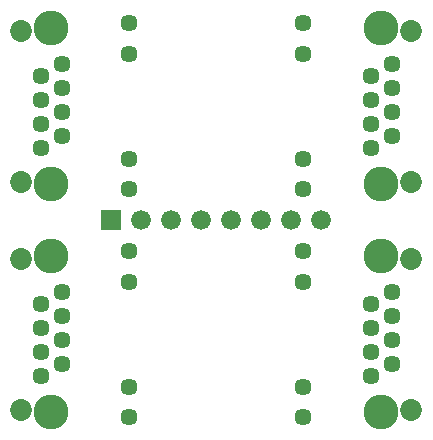
<source format=gbr>
G04 start of page 6 for group -4063 idx -4063 *
G04 Title: (unknown), componentmask *
G04 Creator: pcb 4.2.0 *
G04 CreationDate: Sat Jun 20 18:17:49 2020 UTC *
G04 For: commonadmin *
G04 Format: Gerber/RS-274X *
G04 PCB-Dimensions (mil): 2000.00 2000.00 *
G04 PCB-Coordinate-Origin: lower left *
%MOIN*%
%FSLAX25Y25*%
%LNTOPMASK*%
%ADD44C,0.0001*%
%ADD43C,0.0660*%
%ADD42C,0.0729*%
%ADD41C,0.1162*%
%ADD40C,0.0572*%
G54D40*X60984Y103504D03*
Y113543D03*
G54D41*X35000Y111969D03*
Y136000D03*
G54D42*X24961Y111181D03*
Y136787D03*
G54D43*X85000Y124000D03*
X95000D03*
X105000D03*
X115000D03*
G54D44*G36*
X51700Y127300D02*Y120700D01*
X58300D01*
Y127300D01*
X51700D01*
G37*
G54D43*X65000Y124000D03*
X75000D03*
X125000D03*
G54D40*X119016Y113543D03*
X60984Y68465D03*
Y58425D03*
X38543Y100039D03*
X31457Y79961D03*
Y96024D03*
Y87992D03*
X38543Y92008D03*
Y75945D03*
Y83976D03*
X31457Y71929D03*
G54D41*X35000Y60000D03*
G54D42*X24961Y60787D03*
G54D40*X119016Y68465D03*
Y58425D03*
Y144465D03*
Y179504D03*
Y134425D03*
Y189543D03*
Y103504D03*
X141457Y96024D03*
X148543Y100039D03*
Y92008D03*
X141457Y71929D03*
Y79961D03*
Y87992D03*
X148543Y75945D03*
Y83976D03*
G54D41*X145000Y60000D03*
G54D42*X155039Y60787D03*
G54D41*X145000Y111969D03*
G54D40*X148543Y151945D03*
Y159976D03*
G54D41*X145000Y136000D03*
Y187969D03*
G54D42*X155039Y111181D03*
Y187181D03*
Y136787D03*
G54D40*X60984Y179504D03*
Y189543D03*
X38543Y176039D03*
Y168008D03*
Y151945D03*
Y159976D03*
X60984Y144465D03*
Y134425D03*
X31457Y147929D03*
Y155961D03*
Y172024D03*
Y163992D03*
G54D41*X35000Y187969D03*
G54D42*X24961Y187181D03*
G54D40*X141457Y147929D03*
Y155961D03*
Y172024D03*
Y163992D03*
X148543Y176039D03*
Y168008D03*
M02*

</source>
